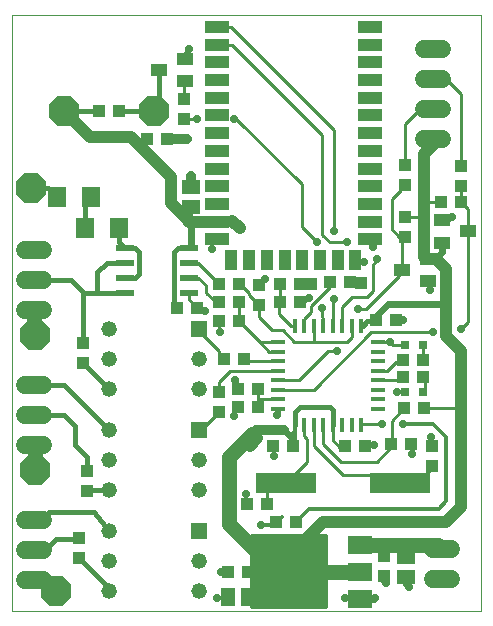
<source format=gtl>
G75*
G70*
%OFA0B0*%
%FSLAX24Y24*%
%IPPOS*%
%LPD*%
%AMOC8*
5,1,8,0,0,1.08239X$1,22.5*
%
%ADD10C,0.0000*%
%ADD11R,0.0394X0.0433*%
%ADD12R,0.0591X0.0512*%
%ADD13R,0.0433X0.0394*%
%ADD14R,0.2000X0.0700*%
%ADD15C,0.0594*%
%ADD16R,0.0394X0.0394*%
%ADD17R,0.0315X0.0315*%
%ADD18R,0.0787X0.0394*%
%ADD19R,0.0394X0.0709*%
%ADD20R,0.0551X0.0394*%
%ADD21R,0.0630X0.0710*%
%ADD22R,0.0520X0.0520*%
%ADD23C,0.0520*%
%ADD24C,0.0600*%
%ADD25R,0.0598X0.0240*%
%ADD26OC8,0.1005*%
%ADD27R,0.0790X0.0590*%
%ADD28R,0.0790X0.1500*%
%ADD29OC8,0.1000*%
%ADD30R,0.0512X0.0591*%
%ADD31R,0.0157X0.0472*%
%ADD32R,0.0472X0.0157*%
%ADD33C,0.0277*%
%ADD34C,0.0100*%
%ADD35C,0.0240*%
%ADD36C,0.0320*%
%ADD37C,0.0160*%
%ADD38C,0.0400*%
%ADD39C,0.0500*%
%ADD40C,0.0120*%
D10*
X001569Y001508D02*
X001569Y021380D01*
X017226Y021380D01*
X017226Y001508D01*
X001569Y001508D01*
D11*
X008465Y011175D03*
X008465Y011800D03*
X008465Y012425D03*
X009135Y012425D03*
X009135Y011800D03*
X009135Y011175D03*
X009297Y009925D03*
X008628Y009925D03*
X009115Y008925D03*
X009115Y008300D03*
X009785Y008300D03*
X009785Y008925D03*
X010290Y007000D03*
X010960Y007000D03*
X010072Y005075D03*
X010390Y004463D03*
X011060Y004463D03*
X009403Y005075D03*
X009447Y002813D03*
X008778Y002813D03*
X012690Y007013D03*
X013360Y007013D03*
X014215Y007075D03*
X014885Y007075D03*
X014653Y008275D03*
X015322Y008275D03*
X015285Y009313D03*
X015285Y009863D03*
X014615Y009863D03*
X014615Y009313D03*
X014385Y011225D03*
X013715Y011225D03*
X012860Y012463D03*
X012190Y012463D03*
X011172Y012425D03*
X011185Y011800D03*
X010515Y011800D03*
X010503Y012425D03*
X007760Y011613D03*
X007090Y011613D03*
X006760Y017238D03*
X006090Y017238D03*
X005135Y018175D03*
X004465Y018175D03*
X015890Y015150D03*
X016560Y015150D03*
D12*
X014725Y003310D03*
X014725Y002641D03*
X007550Y014966D03*
X007550Y015635D03*
D13*
X007300Y017903D03*
X007300Y018572D03*
X009800Y012385D03*
X009800Y011716D03*
X008463Y008797D03*
X008463Y008128D03*
X004067Y006185D03*
X004067Y005516D03*
X003800Y003935D03*
X003800Y003266D03*
X003950Y009766D03*
X003950Y010435D03*
X013975Y003360D03*
X013975Y002691D03*
X015588Y006341D03*
X015588Y007010D03*
X014688Y013991D03*
X014688Y014660D03*
X014675Y015703D03*
X014675Y016372D03*
X016550Y016347D03*
X016550Y015678D03*
D14*
X014513Y005775D03*
X010713Y005775D03*
D15*
X015603Y003575D02*
X016197Y003575D01*
X016197Y002575D02*
X015603Y002575D01*
X015316Y017238D02*
X015909Y017238D01*
X015909Y018238D02*
X015316Y018238D01*
X015316Y019238D02*
X015909Y019238D01*
X015909Y020238D02*
X015316Y020238D01*
D16*
X013213Y012450D03*
X011538Y012425D03*
D17*
X014692Y010375D03*
X015283Y010375D03*
X015283Y008825D03*
X014692Y008825D03*
D18*
X013518Y013898D03*
X013518Y014488D03*
X013518Y015079D03*
X013518Y015669D03*
X013518Y016260D03*
X013518Y016850D03*
X013518Y017441D03*
X013518Y018031D03*
X013518Y018622D03*
X013518Y019213D03*
X013518Y019803D03*
X013518Y020394D03*
X013518Y020984D03*
X008400Y020984D03*
X008400Y020394D03*
X008400Y019803D03*
X008400Y019213D03*
X008400Y018622D03*
X008400Y018031D03*
X008400Y017441D03*
X008400Y016850D03*
X008400Y016260D03*
X008400Y015669D03*
X008400Y015079D03*
X008400Y014488D03*
X008400Y013898D03*
D19*
X008892Y013209D03*
X009483Y013209D03*
X010073Y013209D03*
X010664Y013209D03*
X011254Y013209D03*
X011845Y013209D03*
X012435Y013209D03*
X013026Y013209D03*
D20*
X014567Y012875D03*
X015433Y012501D03*
X015433Y013249D03*
X015917Y013789D03*
X015917Y014537D03*
X016783Y014163D03*
X007358Y019176D03*
X007358Y019924D03*
X006492Y019550D03*
D21*
X004210Y015300D03*
X004015Y014275D03*
X005135Y014275D03*
X003090Y015300D03*
D22*
X007800Y010925D03*
X007800Y007550D03*
X007800Y004175D03*
D23*
X007800Y003175D03*
X007800Y002175D03*
X007800Y005550D03*
X007800Y006550D03*
X007800Y008925D03*
X007800Y009925D03*
X004800Y009925D03*
X004800Y008925D03*
X004800Y007550D03*
X004800Y006550D03*
X004800Y005550D03*
X004800Y004175D03*
X004800Y003175D03*
X004800Y002175D03*
X004800Y010925D03*
D24*
X002600Y011550D02*
X002000Y011550D01*
X002000Y012550D02*
X002600Y012550D01*
X002600Y013550D02*
X002000Y013550D01*
X002000Y009050D02*
X002600Y009050D01*
X002600Y008050D02*
X002000Y008050D01*
X002000Y007050D02*
X002600Y007050D01*
X002600Y004550D02*
X002000Y004550D01*
X002000Y003550D02*
X002600Y003550D01*
X002600Y002550D02*
X002000Y002550D01*
D25*
X005328Y012125D03*
X005328Y012625D03*
X005328Y013125D03*
X005328Y013625D03*
X007472Y013625D03*
X007472Y013125D03*
X007472Y012625D03*
X007472Y012125D03*
D26*
X002350Y010725D03*
X002350Y006225D03*
X003038Y002163D03*
X002225Y015600D03*
D27*
X013165Y003710D03*
X013165Y002810D03*
X013165Y001910D03*
D28*
X010685Y002800D03*
D29*
X006300Y018175D03*
X003300Y018175D03*
D30*
X008778Y001988D03*
X009447Y001988D03*
D31*
X011010Y007699D03*
X011325Y007699D03*
X011640Y007699D03*
X011955Y007699D03*
X012270Y007699D03*
X012585Y007699D03*
X012900Y007699D03*
X013215Y007699D03*
X013215Y011026D03*
X012900Y011026D03*
X012585Y011026D03*
X012270Y011026D03*
X011955Y011026D03*
X011640Y011026D03*
X011325Y011026D03*
X011010Y011026D03*
D32*
X010449Y010465D03*
X010449Y010150D03*
X010449Y009835D03*
X010449Y009520D03*
X010449Y009205D03*
X010449Y008890D03*
X010449Y008575D03*
X010449Y008260D03*
X013776Y008260D03*
X013776Y008575D03*
X013776Y008890D03*
X013776Y009205D03*
X013776Y009520D03*
X013776Y009835D03*
X013776Y010150D03*
X013776Y010465D03*
D33*
X014188Y010475D03*
X014625Y011225D03*
X015613Y010800D03*
X016550Y010925D03*
X015500Y012200D03*
X013738Y013238D03*
X013625Y013638D03*
X013313Y013138D03*
X012738Y013800D03*
X012300Y014175D03*
X011738Y013800D03*
X011463Y011938D03*
X011925Y011613D03*
X012300Y011925D03*
X013113Y011563D03*
X012425Y010175D03*
X013925Y007738D03*
X013650Y007038D03*
X014613Y007738D03*
X014925Y006738D03*
X015550Y007300D03*
X014425Y008800D03*
X010425Y008050D03*
X009750Y007263D03*
X009500Y007013D03*
X010300Y006675D03*
X009363Y005425D03*
X009863Y004363D03*
X008550Y002825D03*
X008425Y001950D03*
X012675Y001950D03*
X013675Y001950D03*
X014050Y002450D03*
X014800Y002325D03*
X008975Y008000D03*
X009000Y009200D03*
X008500Y010825D03*
X008000Y011513D03*
X008250Y013575D03*
X008925Y014525D03*
X009188Y014263D03*
X010025Y012563D03*
X007538Y016000D03*
X007413Y017250D03*
X007738Y017925D03*
X008988Y017925D03*
X007475Y020250D03*
X016250Y014638D03*
D34*
X016149Y014537D01*
X015917Y014537D01*
X015890Y015150D02*
X015325Y015150D01*
X015300Y015175D01*
X015300Y014738D02*
X015222Y014660D01*
X014688Y014660D01*
X014238Y014238D02*
X014488Y013988D01*
X014685Y013988D01*
X014688Y013991D01*
X014567Y013870D01*
X014567Y012875D01*
X014488Y012796D01*
X014488Y012675D01*
X013375Y011563D01*
X013113Y011563D01*
X012925Y011988D02*
X013425Y011988D01*
X013613Y012175D01*
X013613Y013050D01*
X013738Y013238D01*
X013625Y013638D02*
X013518Y013745D01*
X013518Y013898D01*
X013242Y013209D02*
X013026Y013209D01*
X013242Y013209D02*
X013313Y013138D01*
X013200Y012463D02*
X012860Y012463D01*
X013200Y012463D02*
X013213Y012450D01*
X012925Y011988D02*
X012585Y011648D01*
X012585Y011026D01*
X012900Y011026D02*
X012900Y010650D01*
X012738Y010488D01*
X011613Y010488D01*
X011640Y010515D01*
X011640Y011026D01*
X011325Y011026D02*
X011300Y011051D01*
X011300Y011238D01*
X011550Y011488D01*
X011550Y011675D01*
X012190Y012316D01*
X012190Y012463D01*
X012300Y011925D02*
X012270Y011895D01*
X012270Y011026D01*
X011955Y011026D02*
X011955Y011270D01*
X011925Y011300D01*
X011925Y011613D01*
X011463Y011938D02*
X011325Y011800D01*
X011185Y011800D01*
X011172Y012425D02*
X011538Y012425D01*
X010488Y011425D02*
X010887Y011026D01*
X011010Y011026D01*
X010613Y010863D02*
X010988Y010488D01*
X011613Y010488D01*
X012113Y010175D02*
X011143Y009205D01*
X010449Y009205D01*
X010449Y008890D02*
X011640Y008890D01*
X013550Y010800D01*
X015613Y010800D01*
X015283Y010375D02*
X015283Y009865D01*
X015285Y009863D01*
X015285Y009313D02*
X015355Y009243D01*
X015355Y008875D01*
X015283Y008825D01*
X015322Y008275D02*
X016525Y008275D01*
X016550Y008300D01*
X015588Y006341D02*
X015588Y006275D01*
X015050Y005738D01*
X014550Y005738D01*
X014513Y005775D01*
X014238Y006050D01*
X012613Y006050D01*
X011640Y007023D01*
X011640Y007699D01*
X011325Y007699D02*
X011325Y007338D01*
X011425Y007238D01*
X011425Y006488D01*
X010713Y005775D01*
X010675Y005738D01*
X010113Y005738D01*
X010072Y005697D01*
X010072Y005075D01*
X009403Y005075D02*
X009363Y005116D01*
X009363Y005425D01*
X009550Y004050D02*
X009550Y001658D01*
X012050Y001658D01*
X012050Y004050D01*
X009550Y004050D01*
X009550Y003970D02*
X012050Y003970D01*
X012050Y003872D02*
X009550Y003872D01*
X009550Y003773D02*
X012050Y003773D01*
X012050Y003675D02*
X009550Y003675D01*
X009550Y003576D02*
X012050Y003576D01*
X012050Y003478D02*
X009550Y003478D01*
X009550Y003379D02*
X012050Y003379D01*
X012050Y003281D02*
X009550Y003281D01*
X009550Y003182D02*
X012050Y003182D01*
X012050Y003084D02*
X009550Y003084D01*
X009550Y002985D02*
X012050Y002985D01*
X012050Y002887D02*
X009550Y002887D01*
X009550Y002788D02*
X012050Y002788D01*
X012050Y002690D02*
X009550Y002690D01*
X009550Y002591D02*
X012050Y002591D01*
X012050Y002493D02*
X009550Y002493D01*
X009550Y002394D02*
X012050Y002394D01*
X012050Y002296D02*
X009550Y002296D01*
X009550Y002197D02*
X012050Y002197D01*
X012050Y002099D02*
X009550Y002099D01*
X009550Y002000D02*
X012050Y002000D01*
X012050Y001902D02*
X009550Y001902D01*
X009550Y001803D02*
X012050Y001803D01*
X012050Y001705D02*
X009550Y001705D01*
X008778Y001988D02*
X008713Y001988D01*
X008425Y001950D01*
X008550Y002825D02*
X008725Y002813D01*
X008778Y002813D01*
X010300Y006675D02*
X010290Y006685D01*
X010290Y007000D01*
X010960Y007000D02*
X011010Y007051D01*
X011010Y007699D01*
X010449Y008575D02*
X009810Y008575D01*
X009785Y008550D01*
X009785Y008925D01*
X009785Y008550D02*
X009785Y008300D01*
X009115Y008300D02*
X008975Y008285D01*
X008975Y008000D01*
X008463Y008128D02*
X007885Y007550D01*
X007800Y007550D01*
X008463Y008797D02*
X008463Y009150D01*
X008832Y009520D01*
X010449Y009520D01*
X010449Y009835D02*
X009387Y009835D01*
X009297Y009925D01*
X009845Y010465D02*
X010160Y010150D01*
X010449Y010150D01*
X010449Y010465D02*
X009845Y010465D01*
X009135Y011175D01*
X009135Y011155D01*
X009135Y011175D02*
X009135Y011800D01*
X009488Y012028D02*
X009800Y011716D01*
X009800Y011300D01*
X010238Y010863D01*
X010613Y010863D01*
X010488Y011425D02*
X010488Y011772D01*
X010515Y011800D01*
X010503Y011813D01*
X010503Y012425D01*
X010025Y012563D02*
X009847Y012385D01*
X009800Y012385D01*
X009488Y012113D02*
X009488Y012028D01*
X009488Y012113D02*
X009175Y012425D01*
X009135Y012425D01*
X008465Y012425D02*
X007765Y013125D01*
X007472Y013125D01*
X007472Y012625D02*
X007788Y012625D01*
X008050Y012363D01*
X008050Y012113D01*
X008300Y011863D01*
X008403Y011863D01*
X008465Y011800D01*
X007963Y011613D02*
X008000Y011513D01*
X007963Y011613D02*
X007760Y011613D01*
X007472Y011900D01*
X007472Y012125D01*
X006988Y011716D02*
X007090Y011613D01*
X007800Y010925D02*
X007878Y010925D01*
X007878Y010785D01*
X008488Y010175D01*
X008488Y010066D01*
X008628Y009925D01*
X009000Y009200D02*
X009115Y009085D01*
X009115Y008925D01*
X008500Y010825D02*
X008465Y011047D01*
X008465Y011175D01*
X008250Y013575D02*
X008260Y013898D01*
X008400Y013898D01*
X007550Y014738D02*
X007394Y014581D01*
X007550Y014738D02*
X007550Y014925D01*
X005831Y017019D02*
X006050Y017238D01*
X006090Y017238D01*
X007300Y017903D02*
X007300Y017925D01*
X007738Y017925D01*
X007300Y018572D02*
X007300Y019118D01*
X007358Y019176D01*
X007358Y019924D02*
X007358Y020133D01*
X007475Y020250D01*
X008400Y020394D02*
X008894Y020394D01*
X011925Y017363D01*
X011925Y014050D01*
X012175Y013800D01*
X012738Y013800D01*
X012300Y014175D02*
X012300Y017550D01*
X008866Y020984D01*
X008400Y020984D01*
X008988Y017925D02*
X009050Y017925D01*
X011238Y015738D01*
X011238Y014300D01*
X011738Y013800D01*
X014238Y014238D02*
X014238Y015238D01*
X014515Y015516D01*
X014675Y015703D01*
X014675Y016372D02*
X014675Y017738D01*
X015113Y018175D01*
X015550Y018175D01*
X015613Y018238D01*
X015675Y019175D02*
X015613Y019238D01*
X015675Y019175D02*
X016113Y019175D01*
X016550Y018738D01*
X016550Y016347D01*
X016550Y015678D02*
X016550Y015160D01*
X016560Y015150D01*
X016783Y014927D01*
X016783Y014163D01*
X016783Y011158D01*
X016550Y010925D01*
X015500Y012200D02*
X015488Y012501D01*
X015433Y012501D01*
X014625Y011225D02*
X014385Y011225D01*
X014188Y010475D02*
X014288Y010375D01*
X014692Y010375D01*
X014615Y009863D02*
X014553Y009800D01*
X014363Y009800D01*
X014082Y009520D01*
X013776Y009520D01*
X013776Y009205D02*
X014508Y009205D01*
X014615Y009313D01*
X014692Y008825D02*
X014667Y008800D01*
X014425Y008800D01*
X014653Y008275D02*
X014238Y007860D01*
X014238Y007097D01*
X014215Y007075D01*
X014215Y006966D01*
X013738Y006488D01*
X012550Y006488D01*
X011955Y007083D01*
X011955Y007699D01*
X012270Y007699D02*
X012270Y007205D01*
X012488Y006988D01*
X012728Y006988D01*
X012690Y007013D01*
X013215Y007699D02*
X013253Y007738D01*
X013925Y007738D01*
X013650Y007038D02*
X013625Y007013D01*
X013360Y007013D01*
X014325Y006091D02*
X014513Y005775D01*
X012425Y010175D02*
X012113Y010175D01*
X013776Y010465D02*
X014052Y010465D01*
X014188Y010475D01*
D35*
X013715Y011225D02*
X013715Y011341D01*
X014113Y011738D01*
X016050Y011738D01*
X015675Y013249D02*
X015917Y013491D01*
X015917Y013789D01*
X010647Y007550D02*
X010960Y007238D01*
X009713Y007550D02*
X009588Y007425D01*
X013165Y001910D02*
X013635Y001910D01*
X013675Y001950D01*
X014050Y002450D02*
X013975Y002525D01*
X013975Y002691D01*
X013975Y003360D02*
X013975Y003660D01*
X013925Y003710D01*
X014675Y003710D02*
X014725Y003660D01*
X014725Y003310D01*
X014725Y002641D02*
X014725Y002400D01*
X014800Y002325D01*
X007550Y013703D02*
X007550Y014488D01*
X007550Y014488D01*
X004488Y018153D02*
X004465Y018175D01*
D36*
X006760Y017238D02*
X007400Y017238D01*
X007413Y017250D01*
X007538Y016000D02*
X007550Y015988D01*
X007550Y015635D01*
X007528Y014988D02*
X007550Y014966D01*
X007550Y014925D01*
X008400Y014488D02*
X008888Y014488D01*
X009713Y007550D02*
X010647Y007550D01*
X015300Y013320D02*
X015433Y013249D01*
X015675Y013249D01*
X015726Y013249D01*
X015613Y017050D02*
X015613Y017238D01*
D37*
X013715Y011225D02*
X013665Y011175D01*
X013425Y011175D01*
X013276Y011026D01*
X013215Y011026D01*
X012175Y008300D02*
X011175Y008300D01*
X011010Y008135D01*
X011010Y007699D01*
X010960Y007453D02*
X010960Y007238D01*
X010960Y007000D01*
X010425Y008050D02*
X010449Y008074D01*
X010449Y008260D01*
X012175Y008300D02*
X012270Y008205D01*
X012270Y007699D01*
X014885Y007075D02*
X014925Y007035D01*
X014925Y006738D01*
X008888Y014488D02*
X008925Y014525D01*
X007472Y013625D02*
X007125Y013625D01*
X006988Y013488D01*
X006988Y011716D01*
X005800Y012738D02*
X005800Y013488D01*
X005663Y013625D01*
X005328Y013625D01*
X005135Y013818D01*
X005135Y014275D01*
X005328Y013125D02*
X004750Y013125D01*
X004425Y012800D01*
X004425Y012125D01*
X003975Y012125D01*
X003950Y012150D01*
X003550Y012550D01*
X002300Y012550D01*
X003950Y012150D02*
X003950Y010435D01*
X003950Y009766D02*
X004800Y008916D01*
X004800Y008925D01*
X004800Y007550D02*
X003300Y009050D01*
X002300Y009050D01*
X002300Y008050D02*
X003300Y008050D01*
X003675Y007675D01*
X003675Y007050D01*
X004067Y006658D01*
X004067Y006185D01*
X004101Y005550D02*
X004067Y005516D01*
X004101Y005550D02*
X004800Y005550D01*
X004300Y004800D02*
X004800Y004175D01*
X004300Y004800D02*
X002800Y004800D01*
X002550Y004550D01*
X002300Y004550D01*
X003050Y003925D02*
X002675Y003550D01*
X002300Y003550D01*
X003050Y003925D02*
X003415Y003925D01*
X003800Y003935D01*
X003800Y003266D02*
X004765Y002300D01*
X004800Y002175D01*
X004425Y012125D02*
X005328Y012125D01*
X005328Y012625D02*
X005688Y012625D01*
X005800Y012738D01*
X004015Y014275D02*
X004015Y015105D01*
X004210Y015300D01*
X003090Y015300D02*
X002790Y015600D01*
X002225Y015600D01*
X003300Y018175D02*
X004465Y018175D01*
X005135Y018175D02*
X006300Y018175D01*
X006492Y018367D01*
X006492Y019550D01*
D38*
X005550Y017300D02*
X004175Y017300D01*
X003300Y018175D01*
X005550Y017300D02*
X005831Y017019D01*
X006863Y015988D01*
X006863Y015113D01*
X007394Y014581D01*
X007487Y014488D01*
X007550Y014488D01*
X008400Y014488D01*
X008925Y014525D02*
X009188Y014263D01*
X007550Y014965D02*
X007550Y014966D01*
X009750Y007263D02*
X009500Y007013D01*
X011945Y004488D02*
X010695Y003238D01*
X011945Y004488D02*
X016050Y004488D01*
X016550Y004988D01*
X016550Y008113D01*
X016550Y008300D01*
X016550Y010175D01*
X016050Y010675D01*
X016050Y011738D01*
X016050Y012925D01*
X015726Y013249D01*
X015300Y013320D02*
X015300Y014738D01*
X015300Y015175D01*
X015300Y016738D01*
X015613Y017050D01*
D39*
X009588Y007425D02*
X008800Y006638D01*
X008800Y004425D01*
X009758Y003468D01*
X010695Y003468D01*
X010695Y003238D01*
X010695Y002810D01*
X010685Y002800D01*
X010695Y002810D02*
X013165Y002810D01*
X013165Y003710D02*
X013925Y003710D01*
X014675Y003710D01*
X015765Y003710D01*
X015900Y003575D01*
X003038Y002163D02*
X002650Y002550D01*
X002300Y002550D01*
X002350Y006225D02*
X002350Y007000D01*
X002300Y007050D01*
X002350Y010725D02*
X002300Y010775D01*
X002300Y011550D01*
D40*
X009863Y004363D02*
X010300Y004363D01*
X010578Y004641D01*
X010390Y004463D01*
X011060Y004463D02*
X011400Y004838D01*
X011488Y004925D01*
X015800Y004925D01*
X016050Y005175D01*
X016050Y007300D01*
X015613Y007738D01*
X014613Y007738D01*
X016525Y008088D02*
X016550Y008113D01*
M02*

</source>
